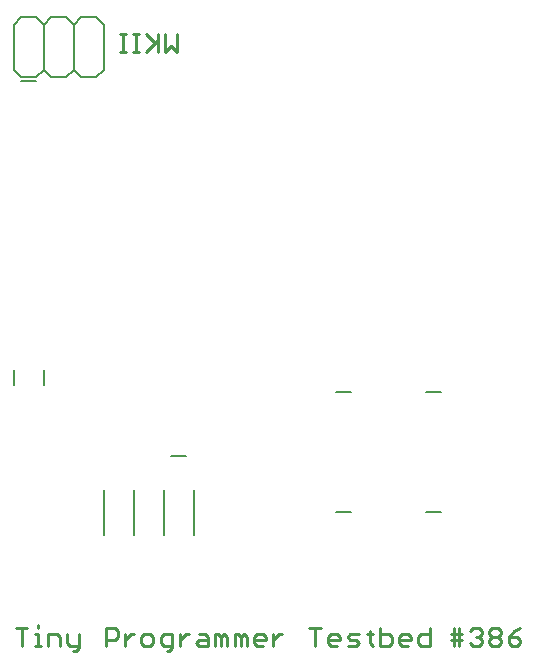
<source format=gto>
G75*
G70*
%OFA0B0*%
%FSLAX24Y24*%
%IPPOS*%
%LPD*%
%AMOC8*
5,1,8,0,0,1.08239X$1,22.5*
%
%ADD10C,0.0110*%
%ADD11C,0.0080*%
D10*
X013252Y005468D02*
X013252Y006058D01*
X013055Y006058D02*
X013449Y006058D01*
X013700Y005861D02*
X013798Y005861D01*
X013798Y005468D01*
X013700Y005468D02*
X013896Y005468D01*
X014129Y005468D02*
X014129Y005861D01*
X014425Y005861D01*
X014523Y005763D01*
X014523Y005468D01*
X014774Y005566D02*
X014872Y005468D01*
X015167Y005468D01*
X015167Y005369D02*
X015069Y005271D01*
X014971Y005271D01*
X015167Y005369D02*
X015167Y005861D01*
X014774Y005861D02*
X014774Y005566D01*
X013798Y006058D02*
X013798Y006157D01*
X016063Y006058D02*
X016063Y005468D01*
X016063Y005664D02*
X016358Y005664D01*
X016457Y005763D01*
X016457Y005960D01*
X016358Y006058D01*
X016063Y006058D01*
X016707Y005861D02*
X016707Y005468D01*
X016707Y005664D02*
X016904Y005861D01*
X017003Y005861D01*
X017245Y005763D02*
X017245Y005566D01*
X017343Y005468D01*
X017540Y005468D01*
X017638Y005566D01*
X017638Y005763D01*
X017540Y005861D01*
X017343Y005861D01*
X017245Y005763D01*
X017889Y005763D02*
X017889Y005566D01*
X017988Y005468D01*
X018283Y005468D01*
X018283Y005369D02*
X018283Y005861D01*
X017988Y005861D01*
X017889Y005763D01*
X018086Y005271D02*
X018184Y005271D01*
X018283Y005369D01*
X018534Y005468D02*
X018534Y005861D01*
X018731Y005861D02*
X018829Y005861D01*
X018731Y005861D02*
X018534Y005664D01*
X019071Y005566D02*
X019169Y005664D01*
X019464Y005664D01*
X019464Y005763D02*
X019464Y005468D01*
X019169Y005468D01*
X019071Y005566D01*
X019169Y005861D02*
X019366Y005861D01*
X019464Y005763D01*
X019715Y005861D02*
X019814Y005861D01*
X019912Y005763D01*
X020011Y005861D01*
X020109Y005763D01*
X020109Y005468D01*
X019912Y005468D02*
X019912Y005763D01*
X019715Y005861D02*
X019715Y005468D01*
X020360Y005468D02*
X020360Y005861D01*
X020458Y005861D01*
X020557Y005763D01*
X020655Y005861D01*
X020754Y005763D01*
X020754Y005468D01*
X020557Y005468D02*
X020557Y005763D01*
X021004Y005763D02*
X021004Y005566D01*
X021103Y005468D01*
X021300Y005468D01*
X021398Y005664D02*
X021004Y005664D01*
X021004Y005763D02*
X021103Y005861D01*
X021300Y005861D01*
X021398Y005763D01*
X021398Y005664D01*
X021649Y005664D02*
X021846Y005861D01*
X021944Y005861D01*
X021649Y005861D02*
X021649Y005468D01*
X022831Y006058D02*
X023224Y006058D01*
X023028Y006058D02*
X023028Y005468D01*
X023475Y005566D02*
X023475Y005763D01*
X023574Y005861D01*
X023770Y005861D01*
X023869Y005763D01*
X023869Y005664D01*
X023475Y005664D01*
X023475Y005566D02*
X023574Y005468D01*
X023770Y005468D01*
X024120Y005468D02*
X024415Y005468D01*
X024513Y005566D01*
X024415Y005664D01*
X024218Y005664D01*
X024120Y005763D01*
X024218Y005861D01*
X024513Y005861D01*
X024764Y005861D02*
X024961Y005861D01*
X024863Y005960D02*
X024863Y005566D01*
X024961Y005468D01*
X025194Y005468D02*
X025489Y005468D01*
X025588Y005566D01*
X025588Y005763D01*
X025489Y005861D01*
X025194Y005861D01*
X025194Y006058D02*
X025194Y005468D01*
X025839Y005566D02*
X025839Y005763D01*
X025937Y005861D01*
X026134Y005861D01*
X026232Y005763D01*
X026232Y005664D01*
X025839Y005664D01*
X025839Y005566D02*
X025937Y005468D01*
X026134Y005468D01*
X026483Y005566D02*
X026483Y005763D01*
X026582Y005861D01*
X026877Y005861D01*
X026877Y006058D02*
X026877Y005468D01*
X026582Y005468D01*
X026483Y005566D01*
X027555Y005664D02*
X027949Y005664D01*
X027949Y005861D02*
X027850Y005861D01*
X027555Y005861D01*
X027653Y006058D02*
X027653Y005468D01*
X027850Y005468D02*
X027850Y006058D01*
X028200Y005960D02*
X028298Y006058D01*
X028495Y006058D01*
X028593Y005960D01*
X028593Y005861D01*
X028495Y005763D01*
X028593Y005664D01*
X028593Y005566D01*
X028495Y005468D01*
X028298Y005468D01*
X028200Y005566D01*
X028396Y005763D02*
X028495Y005763D01*
X028844Y005861D02*
X028844Y005960D01*
X028943Y006058D01*
X029139Y006058D01*
X029238Y005960D01*
X029238Y005861D01*
X029139Y005763D01*
X028943Y005763D01*
X028844Y005861D01*
X028943Y005763D02*
X028844Y005664D01*
X028844Y005566D01*
X028943Y005468D01*
X029139Y005468D01*
X029238Y005566D01*
X029238Y005664D01*
X029139Y005763D01*
X029489Y005763D02*
X029489Y005566D01*
X029587Y005468D01*
X029784Y005468D01*
X029882Y005566D01*
X029882Y005664D01*
X029784Y005763D01*
X029489Y005763D01*
X029685Y005960D01*
X029882Y006058D01*
X018445Y025267D02*
X018248Y025464D01*
X018051Y025267D01*
X018051Y025858D01*
X017800Y025858D02*
X017800Y025267D01*
X017702Y025562D02*
X017407Y025858D01*
X017156Y025858D02*
X016959Y025858D01*
X017057Y025858D02*
X017057Y025267D01*
X016959Y025267D02*
X017156Y025267D01*
X017407Y025267D02*
X017800Y025661D01*
X018445Y025858D02*
X018445Y025267D01*
X016726Y025267D02*
X016529Y025267D01*
X016628Y025267D02*
X016628Y025858D01*
X016726Y025858D02*
X016529Y025858D01*
D11*
X016000Y026163D02*
X016000Y024663D01*
X015750Y024413D01*
X015250Y024413D01*
X015000Y024663D01*
X015000Y026163D01*
X015250Y026413D01*
X015750Y026413D01*
X016000Y026163D01*
X015000Y026163D02*
X014750Y026413D01*
X014250Y026413D01*
X014000Y026163D01*
X014000Y024663D01*
X014250Y024413D01*
X014750Y024413D01*
X015000Y024663D01*
X014000Y024663D02*
X013750Y024413D01*
X013250Y024413D01*
X013000Y024663D01*
X013000Y026163D01*
X013250Y026413D01*
X013750Y026413D01*
X014000Y026163D01*
X013750Y024281D02*
X013250Y024281D01*
X013000Y014663D02*
X013000Y014163D01*
X014000Y014163D02*
X014000Y014663D01*
X018250Y011795D02*
X018750Y011795D01*
X019000Y010663D02*
X019000Y009163D01*
X018000Y009163D02*
X018000Y010663D01*
X017000Y010663D02*
X017000Y009163D01*
X016000Y009163D02*
X016000Y010663D01*
X023750Y009913D02*
X024250Y009913D01*
X026750Y009913D02*
X027250Y009913D01*
X027250Y013913D02*
X026750Y013913D01*
X024250Y013913D02*
X023750Y013913D01*
M02*

</source>
